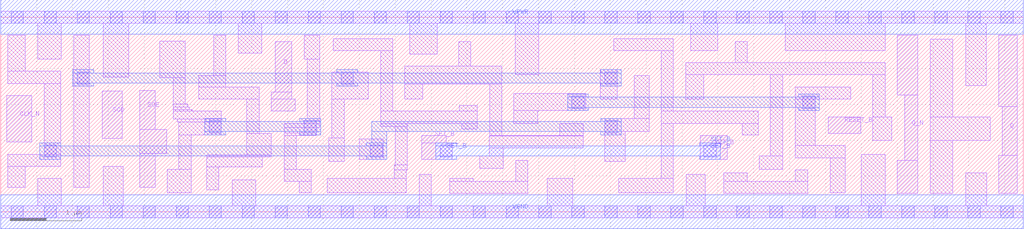
<source format=lef>
# Copyright 2020 The SkyWater PDK Authors
#
# Licensed under the Apache License, Version 2.0 (the "License");
# you may not use this file except in compliance with the License.
# You may obtain a copy of the License at
#
#     https://www.apache.org/licenses/LICENSE-2.0
#
# Unless required by applicable law or agreed to in writing, software
# distributed under the License is distributed on an "AS IS" BASIS,
# WITHOUT WARRANTIES OR CONDITIONS OF ANY KIND, either express or implied.
# See the License for the specific language governing permissions and
# limitations under the License.
#
# SPDX-License-Identifier: Apache-2.0

VERSION 5.7 ;
  NAMESCASESENSITIVE ON ;
  NOWIREEXTENSIONATPIN ON ;
  DIVIDERCHAR "/" ;
  BUSBITCHARS "[]" ;
UNITS
  DATABASE MICRONS 200 ;
END UNITS
MACRO sky130_fd_sc_hd__sdfbbn_1
  CLASS CORE ;
  FOREIGN sky130_fd_sc_hd__sdfbbn_1 ;
  ORIGIN  0.000000  0.000000 ;
  SIZE  14.26000 BY  2.720000 ;
  SYMMETRY X Y R90 ;
  SITE unithd ;
  PIN D
    ANTENNAGATEAREA  0.126000 ;
    DIRECTION INPUT ;
    USE SIGNAL ;
    PORT
      LAYER li1 ;
        RECT 3.775000 1.405000 4.105000 1.575000 ;
        RECT 3.775000 1.575000 4.060000 1.675000 ;
        RECT 3.825000 1.675000 4.060000 2.375000 ;
    END
  END D
  PIN Q
    ANTENNADIFFAREA  0.429000 ;
    DIRECTION OUTPUT ;
    USE SIGNAL ;
    PORT
      LAYER li1 ;
        RECT 13.915000 0.255000 14.175000 0.785000 ;
        RECT 13.915000 1.470000 14.175000 2.465000 ;
        RECT 13.965000 0.785000 14.175000 1.470000 ;
    END
  END Q
  PIN Q_N
    ANTENNADIFFAREA  0.429000 ;
    DIRECTION OUTPUT ;
    USE SIGNAL ;
    PORT
      LAYER li1 ;
        RECT 12.500000 0.255000 12.785000 0.715000 ;
        RECT 12.500000 1.630000 12.785000 2.465000 ;
        RECT 12.605000 0.715000 12.785000 1.630000 ;
    END
  END Q_N
  PIN RESET_B
    ANTENNAGATEAREA  0.159000 ;
    DIRECTION INPUT ;
    USE SIGNAL ;
    PORT
      LAYER li1 ;
        RECT 11.535000 1.095000 11.990000 1.325000 ;
    END
  END RESET_B
  PIN SCD
    ANTENNAGATEAREA  0.159000 ;
    DIRECTION INPUT ;
    USE SIGNAL ;
    PORT
      LAYER li1 ;
        RECT 1.415000 1.025000 1.695000 1.685000 ;
    END
  END SCD
  PIN SCE
    ANTENNAGATEAREA  0.252000 ;
    DIRECTION INPUT ;
    USE SIGNAL ;
    PORT
      LAYER li1 ;
        RECT 1.935000 0.345000 2.155000 0.815000 ;
        RECT 1.935000 0.815000 2.315000 1.150000 ;
        RECT 1.935000 1.150000 2.155000 1.695000 ;
    END
  END SCE
  PIN SET_B
    ANTENNAGATEAREA  0.252000 ;
    DIRECTION INPUT ;
    USE SIGNAL ;
    PORT
      LAYER li1 ;
        RECT 5.870000 0.735000 6.295000 0.965000 ;
        RECT 5.870000 0.965000 6.215000 1.065000 ;
      LAYER mcon ;
        RECT 6.125000 0.765000 6.295000 0.935000 ;
    END
    PORT
      LAYER li1 ;
        RECT 9.755000 0.735000 10.130000 1.065000 ;
      LAYER mcon ;
        RECT 9.805000 0.765000 9.975000 0.935000 ;
    END
    PORT
      LAYER met1 ;
        RECT 6.065000 0.735000  6.355000 0.780000 ;
        RECT 6.065000 0.780000 10.035000 0.920000 ;
        RECT 6.065000 0.920000  6.355000 0.965000 ;
        RECT 9.745000 0.735000 10.035000 0.780000 ;
        RECT 9.745000 0.920000 10.035000 0.965000 ;
    END
  END SET_B
  PIN CLK_N
    ANTENNAGATEAREA  0.159000 ;
    DIRECTION INPUT ;
    USE CLOCK ;
    PORT
      LAYER li1 ;
        RECT 0.085000 0.975000 0.435000 1.625000 ;
    END
  END CLK_N
  PIN VGND
    DIRECTION INOUT ;
    SHAPE ABUTMENT ;
    USE GROUND ;
    PORT
      LAYER met1 ;
        RECT 0.000000 -0.240000 14.260000 0.240000 ;
    END
  END VGND
  PIN VPWR
    DIRECTION INOUT ;
    SHAPE ABUTMENT ;
    USE POWER ;
    PORT
      LAYER met1 ;
        RECT 0.000000 2.480000 14.260000 2.960000 ;
    END
  END VPWR
  OBS
    LAYER li1 ;
      RECT  0.000000 -0.085000 14.260000 0.085000 ;
      RECT  0.000000  2.635000 14.260000 2.805000 ;
      RECT  0.095000  0.345000  0.345000 0.635000 ;
      RECT  0.095000  0.635000  0.835000 0.805000 ;
      RECT  0.095000  1.795000  0.835000 1.965000 ;
      RECT  0.095000  1.965000  0.345000 2.465000 ;
      RECT  0.515000  0.085000  0.845000 0.465000 ;
      RECT  0.515000  2.135000  0.845000 2.635000 ;
      RECT  0.605000  0.805000  0.835000 1.795000 ;
      RECT  1.015000  0.345000  1.235000 2.465000 ;
      RECT  1.430000  0.085000  1.705000 0.635000 ;
      RECT  1.430000  1.885000  1.785000 2.635000 ;
      RECT  2.215000  1.875000  2.575000 2.385000 ;
      RECT  2.325000  0.265000  2.655000 0.595000 ;
      RECT  2.405000  1.295000  3.075000 1.405000 ;
      RECT  2.405000  1.405000  2.670000 1.430000 ;
      RECT  2.405000  1.430000  2.630000 1.465000 ;
      RECT  2.405000  1.465000  2.605000 1.505000 ;
      RECT  2.405000  1.505000  2.575000 1.875000 ;
      RECT  2.460000  1.255000  3.075000 1.295000 ;
      RECT  2.485000  0.595000  2.655000 1.075000 ;
      RECT  2.485000  1.075000  3.075000 1.255000 ;
      RECT  2.760000  1.575000  3.605000 1.745000 ;
      RECT  2.760000  1.745000  3.140000 1.905000 ;
      RECT  2.870000  0.305000  3.040000 0.625000 ;
      RECT  2.870000  0.625000  3.645000 0.765000 ;
      RECT  2.870000  0.765000  3.770000 0.795000 ;
      RECT  2.970000  1.905000  3.140000 2.465000 ;
      RECT  3.225000  0.085000  3.555000 0.445000 ;
      RECT  3.310000  2.215000  3.640000 2.635000 ;
      RECT  3.430000  0.795000  3.770000 1.095000 ;
      RECT  3.430000  1.095000  3.605000 1.575000 ;
      RECT  3.950000  0.425000  4.330000 0.595000 ;
      RECT  3.950000  0.595000  4.120000 1.065000 ;
      RECT  3.950000  1.065000  4.400000 1.105000 ;
      RECT  3.950000  1.105000  4.410000 1.175000 ;
      RECT  3.950000  1.175000  4.445000 1.235000 ;
      RECT  4.160000  0.265000  4.330000 0.425000 ;
      RECT  4.225000  1.235000  4.445000 1.275000 ;
      RECT  4.230000  2.135000  4.445000 2.465000 ;
      RECT  4.245000  1.275000  4.445000 1.305000 ;
      RECT  4.275000  1.305000  4.445000 2.135000 ;
      RECT  4.555000  0.265000  5.655000 0.465000 ;
      RECT  4.570000  0.705000  4.790000 1.035000 ;
      RECT  4.615000  1.035000  4.790000 1.575000 ;
      RECT  4.615000  1.575000  5.125000 1.955000 ;
      RECT  4.635000  2.250000  5.465000 2.420000 ;
      RECT  5.000000  0.735000  5.330000 1.015000 ;
      RECT  5.295000  1.195000  5.670000 1.235000 ;
      RECT  5.295000  1.235000  6.645000 1.405000 ;
      RECT  5.295000  1.405000  5.465000 2.250000 ;
      RECT  5.485000  0.465000  5.655000 0.585000 ;
      RECT  5.485000  0.585000  5.670000 0.655000 ;
      RECT  5.500000  0.655000  5.670000 1.195000 ;
      RECT  5.635000  1.575000  5.885000 1.785000 ;
      RECT  5.635000  1.785000  6.985000 2.035000 ;
      RECT  5.705000  2.205000  6.085000 2.635000 ;
      RECT  5.835000  0.085000  6.005000 0.525000 ;
      RECT  6.260000  0.255000  7.350000 0.425000 ;
      RECT  6.260000  0.425000  6.590000 0.465000 ;
      RECT  6.385000  2.035000  6.555000 2.375000 ;
      RECT  6.395000  1.405000  6.645000 1.485000 ;
      RECT  6.425000  1.155000  6.645000 1.235000 ;
      RECT  6.680000  0.610000  7.010000 0.780000 ;
      RECT  6.810000  0.780000  7.010000 0.895000 ;
      RECT  6.810000  0.895000  8.125000 1.060000 ;
      RECT  6.815000  1.060000  8.125000 1.065000 ;
      RECT  6.815000  1.065000  6.985000 1.785000 ;
      RECT  7.155000  1.235000  7.485000 1.415000 ;
      RECT  7.155000  1.415000  8.160000 1.655000 ;
      RECT  7.175000  1.915000  7.505000 2.635000 ;
      RECT  7.180000  0.425000  7.350000 0.715000 ;
      RECT  7.620000  0.085000  7.975000 0.465000 ;
      RECT  7.795000  1.065000  8.125000 1.235000 ;
      RECT  8.360000  1.575000  8.595000 1.985000 ;
      RECT  8.420000  0.705000  8.705000 1.125000 ;
      RECT  8.420000  1.125000  9.040000 1.305000 ;
      RECT  8.550000  2.250000  9.380000 2.420000 ;
      RECT  8.615000  0.265000  9.380000 0.465000 ;
      RECT  8.835000  1.305000  9.040000 1.905000 ;
      RECT  9.210000  0.465000  9.380000 1.235000 ;
      RECT  9.210000  1.235000 10.560000 1.405000 ;
      RECT  9.210000  1.405000  9.380000 2.250000 ;
      RECT  9.550000  1.575000  9.800000 1.915000 ;
      RECT  9.550000  1.915000 12.330000 2.085000 ;
      RECT  9.560000  0.085000  9.820000 0.525000 ;
      RECT  9.620000  2.255000 10.000000 2.635000 ;
      RECT 10.080000  0.255000 11.250000 0.425000 ;
      RECT 10.080000  0.425000 10.410000 0.545000 ;
      RECT 10.240000  2.085000 10.410000 2.375000 ;
      RECT 10.340000  1.075000 10.560000 1.235000 ;
      RECT 10.575000  0.595000 10.905000 0.780000 ;
      RECT 10.730000  0.780000 10.905000 1.915000 ;
      RECT 10.940000  2.255000 12.330000 2.635000 ;
      RECT 11.075000  0.425000 11.250000 0.585000 ;
      RECT 11.080000  0.755000 11.775000 0.925000 ;
      RECT 11.080000  0.925000 11.355000 1.575000 ;
      RECT 11.080000  1.575000 11.855000 1.745000 ;
      RECT 11.565000  0.265000 11.775000 0.755000 ;
      RECT 12.000000  0.085000 12.330000 0.805000 ;
      RECT 12.160000  0.995000 12.425000 1.325000 ;
      RECT 12.160000  1.325000 12.330000 1.915000 ;
      RECT 12.960000  0.255000 13.275000 0.995000 ;
      RECT 12.960000  0.995000 13.795000 1.325000 ;
      RECT 12.960000  1.325000 13.275000 2.415000 ;
      RECT 13.455000  0.085000 13.745000 0.545000 ;
      RECT 13.455000  1.765000 13.740000 2.635000 ;
    LAYER mcon ;
      RECT  0.145000 -0.085000  0.315000 0.085000 ;
      RECT  0.145000  2.635000  0.315000 2.805000 ;
      RECT  0.605000 -0.085000  0.775000 0.085000 ;
      RECT  0.605000  0.765000  0.775000 0.935000 ;
      RECT  0.605000  2.635000  0.775000 2.805000 ;
      RECT  1.065000 -0.085000  1.235000 0.085000 ;
      RECT  1.065000  1.785000  1.235000 1.955000 ;
      RECT  1.065000  2.635000  1.235000 2.805000 ;
      RECT  1.525000 -0.085000  1.695000 0.085000 ;
      RECT  1.525000  2.635000  1.695000 2.805000 ;
      RECT  1.985000 -0.085000  2.155000 0.085000 ;
      RECT  1.985000  2.635000  2.155000 2.805000 ;
      RECT  2.445000 -0.085000  2.615000 0.085000 ;
      RECT  2.445000  2.635000  2.615000 2.805000 ;
      RECT  2.905000 -0.085000  3.075000 0.085000 ;
      RECT  2.905000  1.105000  3.075000 1.275000 ;
      RECT  2.905000  2.635000  3.075000 2.805000 ;
      RECT  3.365000 -0.085000  3.535000 0.085000 ;
      RECT  3.365000  2.635000  3.535000 2.805000 ;
      RECT  3.825000 -0.085000  3.995000 0.085000 ;
      RECT  3.825000  2.635000  3.995000 2.805000 ;
      RECT  4.230000  1.105000  4.400000 1.275000 ;
      RECT  4.285000 -0.085000  4.455000 0.085000 ;
      RECT  4.285000  2.635000  4.455000 2.805000 ;
      RECT  4.745000 -0.085000  4.915000 0.085000 ;
      RECT  4.745000  1.785000  4.915000 1.955000 ;
      RECT  4.745000  2.635000  4.915000 2.805000 ;
      RECT  5.155000  0.765000  5.325000 0.935000 ;
      RECT  5.205000 -0.085000  5.375000 0.085000 ;
      RECT  5.205000  2.635000  5.375000 2.805000 ;
      RECT  5.665000 -0.085000  5.835000 0.085000 ;
      RECT  5.665000  2.635000  5.835000 2.805000 ;
      RECT  6.125000 -0.085000  6.295000 0.085000 ;
      RECT  6.125000  2.635000  6.295000 2.805000 ;
      RECT  6.585000 -0.085000  6.755000 0.085000 ;
      RECT  6.585000  2.635000  6.755000 2.805000 ;
      RECT  7.045000 -0.085000  7.215000 0.085000 ;
      RECT  7.045000  2.635000  7.215000 2.805000 ;
      RECT  7.505000 -0.085000  7.675000 0.085000 ;
      RECT  7.505000  2.635000  7.675000 2.805000 ;
      RECT  7.965000 -0.085000  8.135000 0.085000 ;
      RECT  7.965000  1.445000  8.135000 1.615000 ;
      RECT  7.965000  2.635000  8.135000 2.805000 ;
      RECT  8.425000 -0.085000  8.595000 0.085000 ;
      RECT  8.425000  1.105000  8.595000 1.275000 ;
      RECT  8.425000  1.785000  8.595000 1.955000 ;
      RECT  8.425000  2.635000  8.595000 2.805000 ;
      RECT  8.885000 -0.085000  9.055000 0.085000 ;
      RECT  8.885000  2.635000  9.055000 2.805000 ;
      RECT  9.345000 -0.085000  9.515000 0.085000 ;
      RECT  9.345000  2.635000  9.515000 2.805000 ;
      RECT  9.805000 -0.085000  9.975000 0.085000 ;
      RECT  9.805000  2.635000  9.975000 2.805000 ;
      RECT 10.265000 -0.085000 10.435000 0.085000 ;
      RECT 10.265000  2.635000 10.435000 2.805000 ;
      RECT 10.725000 -0.085000 10.895000 0.085000 ;
      RECT 10.725000  2.635000 10.895000 2.805000 ;
      RECT 11.185000 -0.085000 11.355000 0.085000 ;
      RECT 11.185000  1.445000 11.355000 1.615000 ;
      RECT 11.185000  2.635000 11.355000 2.805000 ;
      RECT 11.645000 -0.085000 11.815000 0.085000 ;
      RECT 11.645000  2.635000 11.815000 2.805000 ;
      RECT 12.105000 -0.085000 12.275000 0.085000 ;
      RECT 12.105000  2.635000 12.275000 2.805000 ;
      RECT 12.565000 -0.085000 12.735000 0.085000 ;
      RECT 12.565000  2.635000 12.735000 2.805000 ;
      RECT 13.025000 -0.085000 13.195000 0.085000 ;
      RECT 13.025000  2.635000 13.195000 2.805000 ;
      RECT 13.485000 -0.085000 13.655000 0.085000 ;
      RECT 13.485000  2.635000 13.655000 2.805000 ;
      RECT 13.945000 -0.085000 14.115000 0.085000 ;
      RECT 13.945000  2.635000 14.115000 2.805000 ;
    LAYER met1 ;
      RECT  0.545000 0.735000  0.835000 0.780000 ;
      RECT  0.545000 0.780000  5.385000 0.920000 ;
      RECT  0.545000 0.920000  0.835000 0.965000 ;
      RECT  1.005000 1.755000  1.295000 1.800000 ;
      RECT  1.005000 1.800000  8.655000 1.940000 ;
      RECT  1.005000 1.940000  1.295000 1.985000 ;
      RECT  2.845000 1.075000  3.135000 1.120000 ;
      RECT  2.845000 1.120000  4.460000 1.260000 ;
      RECT  2.845000 1.260000  3.135000 1.305000 ;
      RECT  4.170000 1.075000  4.460000 1.120000 ;
      RECT  4.170000 1.260000  4.460000 1.305000 ;
      RECT  4.685000 1.755000  4.975000 1.800000 ;
      RECT  4.685000 1.940000  4.975000 1.985000 ;
      RECT  5.095000 0.735000  5.385000 0.780000 ;
      RECT  5.095000 0.920000  5.385000 0.965000 ;
      RECT  5.170000 0.965000  5.385000 1.120000 ;
      RECT  5.170000 1.120000  8.655000 1.260000 ;
      RECT  7.905000 1.415000  8.195000 1.460000 ;
      RECT  7.905000 1.460000 11.415000 1.600000 ;
      RECT  7.905000 1.600000  8.195000 1.645000 ;
      RECT  8.365000 1.075000  8.655000 1.120000 ;
      RECT  8.365000 1.260000  8.655000 1.305000 ;
      RECT  8.365000 1.755000  8.655000 1.800000 ;
      RECT  8.365000 1.940000  8.655000 1.985000 ;
      RECT 11.125000 1.415000 11.415000 1.460000 ;
      RECT 11.125000 1.600000 11.415000 1.645000 ;
  END
END sky130_fd_sc_hd__sdfbbn_1
END LIBRARY

</source>
